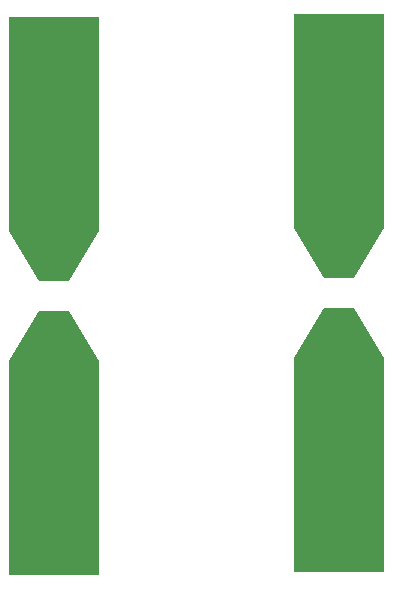
<source format=gbr>
G04 ===== Begin FILE IDENTIFICATION =====*
G04 File Format:  Gerber RS274X*
G04 ===== End FILE IDENTIFICATION =====*
%FSLAX24Y24*%
%MOMM*%
%SFA1.0000B1.0000*%
%OFA0.0B0.0*%
%ADD10C,0.000635*%
%LNcond*%
%IPPOS*%
%LPD*%
G75*
G36*
G01X330200Y294640D02*
G01X304800Y252307D01*
G01Y71120D01*
G01X381000D01*
G01Y252307D01*
G01X355600Y294640D01*
G01X330200D01*
G37*
G36*
G01X355600Y320040D02*
G01X381000Y362373D01*
G01Y543560D01*
G01X304800D01*
G01Y362373D01*
G01X330200Y320040D01*
G01X355600D01*
G37*
G36*
G01X114300Y317500D02*
G01X139700Y359833D01*
G01Y541020D01*
G01X63500D01*
G01Y359833D01*
G01X88900Y317500D01*
G01X114300D01*
G37*
G36*
G01X88900Y292100D02*
G01X63500Y249767D01*
G01Y68580D01*
G01X139700D01*
G01Y249767D01*
G01X114300Y292100D01*
G01X88900D01*
G37*
M02*


</source>
